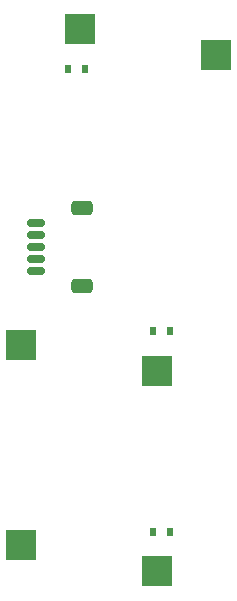
<source format=gbr>
%TF.GenerationSoftware,KiCad,Pcbnew,(7.0.0-0)*%
%TF.CreationDate,2023-06-29T16:50:24+08:00*%
%TF.ProjectId,thumb3,7468756d-6233-42e6-9b69-6361645f7063,v1.0.0*%
%TF.SameCoordinates,Original*%
%TF.FileFunction,Paste,Bot*%
%TF.FilePolarity,Positive*%
%FSLAX46Y46*%
G04 Gerber Fmt 4.6, Leading zero omitted, Abs format (unit mm)*
G04 Created by KiCad (PCBNEW (7.0.0-0)) date 2023-06-29 16:50:24*
%MOMM*%
%LPD*%
G01*
G04 APERTURE LIST*
G04 Aperture macros list*
%AMRoundRect*
0 Rectangle with rounded corners*
0 $1 Rounding radius*
0 $2 $3 $4 $5 $6 $7 $8 $9 X,Y pos of 4 corners*
0 Add a 4 corners polygon primitive as box body*
4,1,4,$2,$3,$4,$5,$6,$7,$8,$9,$2,$3,0*
0 Add four circle primitives for the rounded corners*
1,1,$1+$1,$2,$3*
1,1,$1+$1,$4,$5*
1,1,$1+$1,$6,$7*
1,1,$1+$1,$8,$9*
0 Add four rect primitives between the rounded corners*
20,1,$1+$1,$2,$3,$4,$5,0*
20,1,$1+$1,$4,$5,$6,$7,0*
20,1,$1+$1,$6,$7,$8,$9,0*
20,1,$1+$1,$8,$9,$2,$3,0*%
G04 Aperture macros list end*
%ADD10RoundRect,0.150000X-0.625000X0.150000X-0.625000X-0.150000X0.625000X-0.150000X0.625000X0.150000X0*%
%ADD11RoundRect,0.250000X-0.650000X0.350000X-0.650000X-0.350000X0.650000X-0.350000X0.650000X0.350000X0*%
%ADD12R,2.600000X2.600000*%
%ADD13R,0.600000X0.700000*%
G04 APERTURE END LIST*
D10*
%TO.C,JC1*%
X-7000000Y19500000D03*
X-7000000Y20500000D03*
X-7000000Y21500000D03*
X-7000000Y22500000D03*
X-7000000Y23500000D03*
D11*
X-3125000Y24800000D03*
X-3125000Y18200000D03*
%TD*%
D12*
%TO.C,S1*%
X-3274999Y39949999D03*
X8274999Y37749999D03*
%TD*%
D13*
%TO.C,D1*%
X-2899999Y36599999D03*
X-4299999Y36599999D03*
%TD*%
D12*
%TO.C,S2*%
X3274999Y11049999D03*
X-8274999Y13249999D03*
%TD*%
D13*
%TO.C,D2*%
X2899999Y14399999D03*
X4299999Y14399999D03*
%TD*%
D12*
%TO.C,S3*%
X3274999Y-5949999D03*
X-8274999Y-3749999D03*
%TD*%
D13*
%TO.C,D3*%
X2899999Y-2599999D03*
X4299999Y-2599999D03*
%TD*%
M02*

</source>
